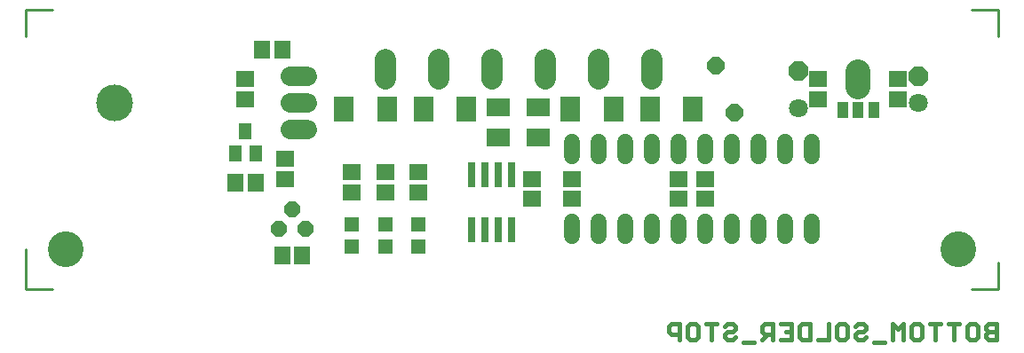
<source format=gbr>
G75*
G70*
%OFA0B0*%
%FSLAX24Y24*%
%IPPOS*%
%LPD*%
%AMOC8*
5,1,8,0,0,1.08239X$1,22.5*
%
%ADD10C,0.1340*%
%ADD11C,0.0160*%
%ADD12C,0.0100*%
%ADD13C,0.0600*%
%ADD14R,0.0474X0.0631*%
%ADD15C,0.0740*%
%ADD16C,0.1380*%
%ADD17R,0.0710X0.0592*%
%ADD18R,0.0592X0.0710*%
%ADD19R,0.0316X0.0946*%
%ADD20R,0.0867X0.0710*%
%ADD21R,0.0781X0.0930*%
%ADD22C,0.0135*%
%ADD23OC8,0.0710*%
%ADD24C,0.0710*%
%ADD25R,0.0671X0.0592*%
%ADD26C,0.0946*%
%ADD27R,0.0413X0.0620*%
%ADD28C,0.0785*%
%ADD29OC8,0.0600*%
%ADD30R,0.0592X0.0671*%
%ADD31R,0.0552X0.0552*%
D10*
X004372Y005864D03*
X037872Y005864D03*
D11*
X037893Y003045D02*
X037493Y003045D01*
X037693Y003045D02*
X037693Y002444D01*
X036993Y002444D02*
X036993Y003045D01*
X037193Y003045D02*
X036793Y003045D01*
X036493Y002944D02*
X036493Y002544D01*
X036393Y002444D01*
X036193Y002444D01*
X036093Y002544D01*
X036093Y002944D01*
X036193Y003045D01*
X036393Y003045D01*
X036493Y002944D01*
X035794Y003045D02*
X035593Y002844D01*
X035393Y003045D01*
X035393Y002444D01*
X035094Y002344D02*
X034694Y002344D01*
X034394Y002544D02*
X034294Y002444D01*
X034094Y002444D01*
X033994Y002544D01*
X033994Y002644D01*
X034094Y002744D01*
X034294Y002744D01*
X034394Y002844D01*
X034394Y002944D01*
X034294Y003045D01*
X034094Y003045D01*
X033994Y002944D01*
X033694Y002944D02*
X033594Y003045D01*
X033394Y003045D01*
X033294Y002944D01*
X033294Y002544D01*
X033394Y002444D01*
X033594Y002444D01*
X033694Y002544D01*
X033694Y002944D01*
X032995Y003045D02*
X032995Y002444D01*
X032594Y002444D01*
X032295Y002444D02*
X031995Y002444D01*
X031894Y002544D01*
X031894Y002944D01*
X031995Y003045D01*
X032295Y003045D01*
X032295Y002444D01*
X031595Y002444D02*
X031195Y002444D01*
X030895Y002444D02*
X030895Y003045D01*
X030595Y003045D01*
X030495Y002944D01*
X030495Y002744D01*
X030595Y002644D01*
X030895Y002644D01*
X030695Y002644D02*
X030495Y002444D01*
X030196Y002344D02*
X029795Y002344D01*
X029496Y002544D02*
X029396Y002444D01*
X029196Y002444D01*
X029095Y002544D01*
X029095Y002644D01*
X029196Y002744D01*
X029396Y002744D01*
X029496Y002844D01*
X029496Y002944D01*
X029396Y003045D01*
X029196Y003045D01*
X029095Y002944D01*
X028796Y003045D02*
X028396Y003045D01*
X028596Y003045D02*
X028596Y002444D01*
X028096Y002544D02*
X027996Y002444D01*
X027796Y002444D01*
X027696Y002544D01*
X027696Y002944D01*
X027796Y003045D01*
X027996Y003045D01*
X028096Y002944D01*
X028096Y002544D01*
X027396Y002444D02*
X027396Y003045D01*
X027096Y003045D01*
X026996Y002944D01*
X026996Y002744D01*
X027096Y002644D01*
X027396Y002644D01*
X031195Y003045D02*
X031595Y003045D01*
X031595Y002444D01*
X031595Y002744D02*
X031395Y002744D01*
X035794Y002444D02*
X035794Y003045D01*
X038192Y002944D02*
X038192Y002544D01*
X038292Y002444D01*
X038493Y002444D01*
X038593Y002544D01*
X038593Y002944D01*
X038493Y003045D01*
X038292Y003045D01*
X038192Y002944D01*
X038892Y002944D02*
X038892Y002844D01*
X038992Y002744D01*
X039292Y002744D01*
X038992Y002744D02*
X038892Y002644D01*
X038892Y002544D01*
X038992Y002444D01*
X039292Y002444D01*
X039292Y003045D01*
X038992Y003045D01*
X038892Y002944D01*
D12*
X002872Y004364D02*
X002872Y005864D01*
X002872Y004364D02*
X003872Y004364D01*
X002872Y013864D02*
X002872Y014864D01*
X003872Y014864D01*
X038372Y014864D02*
X039372Y014864D01*
X039372Y013864D01*
X039372Y005364D02*
X039372Y004364D01*
X038372Y004364D01*
D13*
X032372Y006354D02*
X032372Y006874D01*
X031372Y006874D02*
X031372Y006354D01*
X030372Y006354D02*
X030372Y006874D01*
X029372Y006874D02*
X029372Y006354D01*
X028372Y006354D02*
X028372Y006874D01*
X027372Y006874D02*
X027372Y006354D01*
X026372Y006354D02*
X026372Y006874D01*
X025372Y006874D02*
X025372Y006354D01*
X024372Y006354D02*
X024372Y006874D01*
X023372Y006874D02*
X023372Y006354D01*
X023372Y009354D02*
X023372Y009874D01*
X024372Y009874D02*
X024372Y009354D01*
X025372Y009354D02*
X025372Y009874D01*
X026372Y009874D02*
X026372Y009354D01*
X027372Y009354D02*
X027372Y009874D01*
X028372Y009874D02*
X028372Y009354D01*
X029372Y009354D02*
X029372Y009874D01*
X030372Y009874D02*
X030372Y009354D01*
X031372Y009354D02*
X031372Y009874D01*
X032372Y009874D02*
X032372Y009354D01*
D14*
X011496Y009431D03*
X010748Y009431D03*
X011122Y010297D03*
D15*
X012792Y010364D02*
X013452Y010364D01*
X013452Y011364D02*
X012792Y011364D01*
X012792Y012364D02*
X013452Y012364D01*
D16*
X006222Y011364D03*
D17*
X011122Y011490D03*
X011122Y012238D03*
X012622Y009238D03*
X012622Y008490D03*
X015122Y008738D03*
X016372Y008738D03*
X017622Y008738D03*
X017622Y007990D03*
X016372Y007990D03*
X015122Y007990D03*
X027372Y007740D03*
X028372Y007740D03*
X028372Y008488D03*
X027372Y008488D03*
D18*
X011496Y008364D03*
X010748Y008364D03*
D19*
X019622Y008638D03*
X020122Y008638D03*
X020622Y008638D03*
X021122Y008638D03*
X021122Y006590D03*
X020622Y006590D03*
X020122Y006590D03*
X019622Y006590D03*
D20*
X020622Y010063D03*
X022122Y010063D03*
X022122Y011165D03*
X020622Y011165D03*
D21*
X019422Y011114D03*
X017819Y011114D03*
X016426Y011114D03*
X014823Y011114D03*
X023323Y011114D03*
X024926Y011114D03*
X026319Y011114D03*
X027922Y011114D03*
D22*
X029433Y011180D02*
X029365Y011248D01*
X029587Y011248D01*
X029744Y011091D01*
X029744Y010869D01*
X029587Y010712D01*
X029365Y010712D01*
X029208Y010869D01*
X029208Y011091D01*
X029365Y011248D01*
X029406Y011147D01*
X029546Y011147D01*
X029643Y011050D01*
X029643Y010910D01*
X029546Y010813D01*
X029406Y010813D01*
X029309Y010910D01*
X029309Y011050D01*
X029406Y011147D01*
X029448Y011046D01*
X029504Y011046D01*
X029542Y011008D01*
X029542Y010952D01*
X029504Y010914D01*
X029448Y010914D01*
X029410Y010952D01*
X029410Y011008D01*
X029448Y011046D01*
X028726Y012948D02*
X028658Y013016D01*
X028880Y013016D01*
X029037Y012859D01*
X029037Y012637D01*
X028880Y012480D01*
X028658Y012480D01*
X028501Y012637D01*
X028501Y012859D01*
X028658Y013016D01*
X028699Y012915D01*
X028839Y012915D01*
X028936Y012818D01*
X028936Y012678D01*
X028839Y012581D01*
X028699Y012581D01*
X028602Y012678D01*
X028602Y012818D01*
X028699Y012915D01*
X028741Y012814D01*
X028797Y012814D01*
X028835Y012776D01*
X028835Y012720D01*
X028797Y012682D01*
X028741Y012682D01*
X028703Y012720D01*
X028703Y012776D01*
X028741Y012814D01*
D23*
X031872Y012564D03*
X036372Y012364D03*
D24*
X036372Y011364D03*
X031872Y011164D03*
D25*
X032622Y011490D03*
X032622Y012238D03*
X035622Y012238D03*
X035622Y011490D03*
X023372Y008488D03*
X021872Y008488D03*
X021872Y007740D03*
X023372Y007740D03*
D26*
X034122Y011939D02*
X034122Y012529D01*
D27*
X034122Y011082D03*
X033532Y011082D03*
X034713Y011082D03*
D28*
X026372Y012262D02*
X026372Y012967D01*
X024372Y012967D02*
X024372Y012262D01*
X022372Y012262D02*
X022372Y012967D01*
X020372Y012967D02*
X020372Y012262D01*
X018372Y012262D02*
X018372Y012967D01*
X016372Y012967D02*
X016372Y012262D01*
D29*
X012872Y007364D03*
X012372Y006614D03*
X013372Y006614D03*
D30*
X013246Y005614D03*
X012498Y005614D03*
X012496Y013364D03*
X011748Y013364D03*
D31*
X015122Y006777D03*
X016372Y006777D03*
X017622Y006777D03*
X017622Y005951D03*
X016372Y005951D03*
X015122Y005951D03*
M02*

</source>
